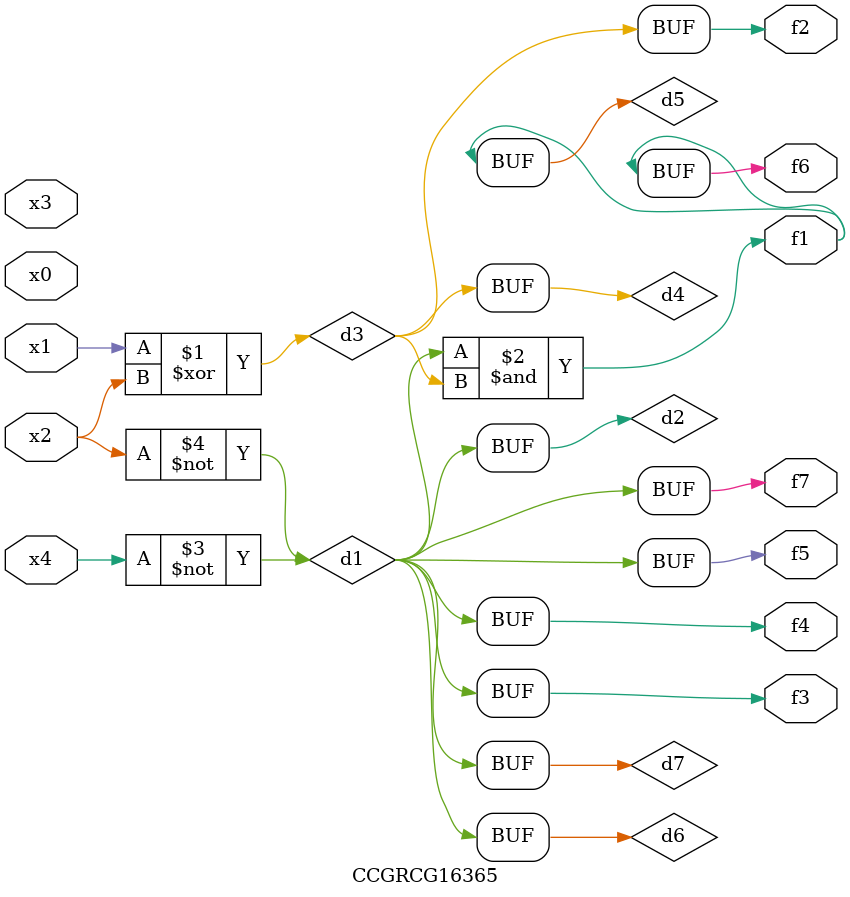
<source format=v>
module CCGRCG16365(
	input x0, x1, x2, x3, x4,
	output f1, f2, f3, f4, f5, f6, f7
);

	wire d1, d2, d3, d4, d5, d6, d7;

	not (d1, x4);
	not (d2, x2);
	xor (d3, x1, x2);
	buf (d4, d3);
	and (d5, d1, d3);
	buf (d6, d1, d2);
	buf (d7, d2);
	assign f1 = d5;
	assign f2 = d4;
	assign f3 = d7;
	assign f4 = d7;
	assign f5 = d7;
	assign f6 = d5;
	assign f7 = d7;
endmodule

</source>
